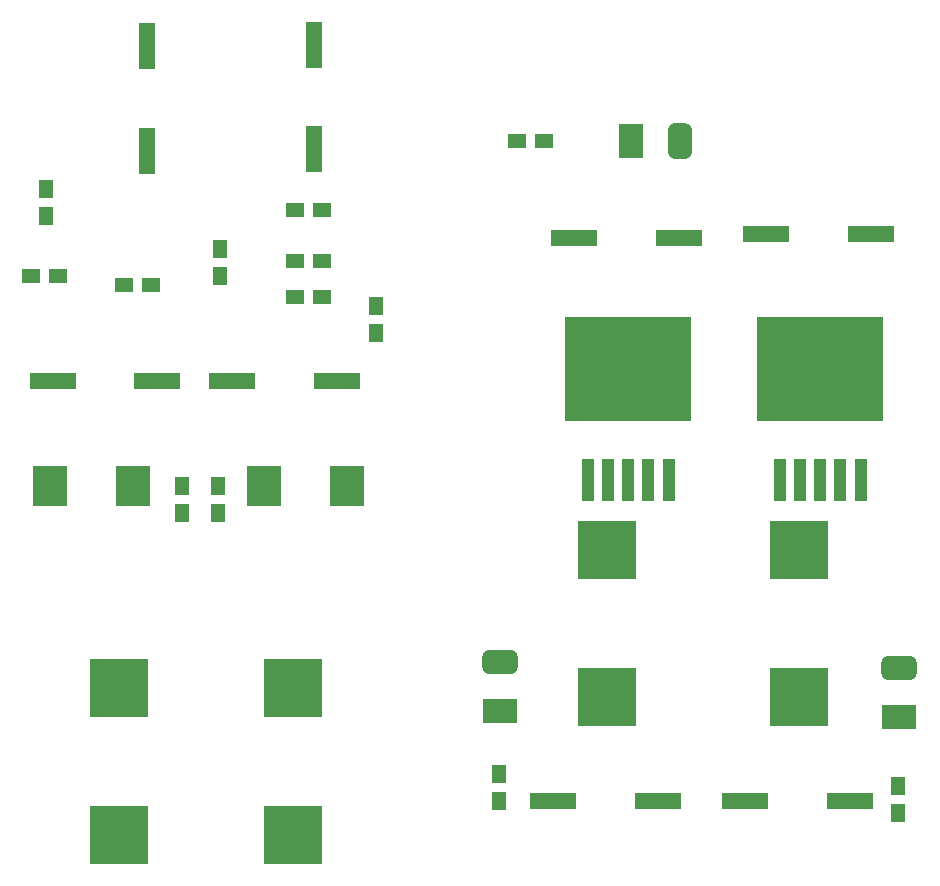
<source format=gtp>
G04 Layer_Color=8421504*
%FSLAX25Y25*%
%MOIN*%
G70*
G01*
G75*
%ADD10R,0.05000X0.06000*%
%ADD11R,0.19685X0.19685*%
%ADD12R,0.05512X0.15748*%
G04:AMPARAMS|DCode=13|XSize=118.11mil|YSize=78.74mil|CornerRadius=19.69mil|HoleSize=0mil|Usage=FLASHONLY|Rotation=180.000|XOffset=0mil|YOffset=0mil|HoleType=Round|Shape=RoundedRectangle|*
%AMROUNDEDRECTD13*
21,1,0.11811,0.03937,0,0,180.0*
21,1,0.07874,0.07874,0,0,180.0*
1,1,0.03937,-0.03937,0.01969*
1,1,0.03937,0.03937,0.01969*
1,1,0.03937,0.03937,-0.01969*
1,1,0.03937,-0.03937,-0.01969*
%
%ADD13ROUNDEDRECTD13*%
%ADD14R,0.11811X0.07874*%
%ADD15R,0.15748X0.05512*%
%ADD16R,0.42000X0.35000*%
%ADD17R,0.04200X0.14000*%
%ADD18R,0.06000X0.05000*%
G04:AMPARAMS|DCode=19|XSize=118.11mil|YSize=78.74mil|CornerRadius=19.69mil|HoleSize=0mil|Usage=FLASHONLY|Rotation=90.000|XOffset=0mil|YOffset=0mil|HoleType=Round|Shape=RoundedRectangle|*
%AMROUNDEDRECTD19*
21,1,0.11811,0.03937,0,0,90.0*
21,1,0.07874,0.07874,0,0,90.0*
1,1,0.03937,0.01969,0.03937*
1,1,0.03937,0.01969,-0.03937*
1,1,0.03937,-0.01969,-0.03937*
1,1,0.03937,-0.01969,0.03937*
%
%ADD19ROUNDEDRECTD19*%
%ADD20R,0.07874X0.11811*%
%ADD21R,0.11811X0.13780*%
D10*
X397000Y415000D02*
D03*
Y424000D02*
D03*
X507000Y376000D02*
D03*
Y385000D02*
D03*
X442120Y325000D02*
D03*
Y316000D02*
D03*
X454120Y325000D02*
D03*
Y316000D02*
D03*
X680994Y216000D02*
D03*
Y225000D02*
D03*
X547994Y220000D02*
D03*
Y229000D02*
D03*
X454994Y404000D02*
D03*
Y395000D02*
D03*
D11*
X421126Y257606D02*
D03*
Y208394D02*
D03*
X479126Y257606D02*
D03*
Y208394D02*
D03*
X648000Y303606D02*
D03*
Y254394D02*
D03*
X584000Y303606D02*
D03*
Y254394D02*
D03*
D12*
X430626Y471500D02*
D03*
Y436620D02*
D03*
X486126Y472000D02*
D03*
Y437120D02*
D03*
D13*
X681150Y264150D02*
D03*
X548150Y266150D02*
D03*
D14*
X681150Y248008D02*
D03*
X548150Y250008D02*
D03*
D15*
X664880Y220000D02*
D03*
X630000D02*
D03*
X600880D02*
D03*
X566000D02*
D03*
X671880Y409000D02*
D03*
X637000D02*
D03*
X607715Y407480D02*
D03*
X572835D02*
D03*
X459000Y360000D02*
D03*
X493880D02*
D03*
X399126D02*
D03*
X434006D02*
D03*
D16*
X655000Y364000D02*
D03*
X591000D02*
D03*
D17*
X641600Y327000D02*
D03*
X648300D02*
D03*
X655000D02*
D03*
X661700D02*
D03*
X668400D02*
D03*
X577600D02*
D03*
X584300D02*
D03*
X591000D02*
D03*
X597700D02*
D03*
X604400D02*
D03*
D18*
X554000Y440006D02*
D03*
X563000D02*
D03*
X392000Y395006D02*
D03*
X401000D02*
D03*
X480000Y417006D02*
D03*
X489000D02*
D03*
X423000Y391994D02*
D03*
X432000D02*
D03*
X489000Y387994D02*
D03*
X480000D02*
D03*
Y400006D02*
D03*
X489000D02*
D03*
D19*
X608150Y439850D02*
D03*
D20*
X592008D02*
D03*
D21*
X497047Y324866D02*
D03*
X469488D02*
D03*
X398346Y325000D02*
D03*
X425906D02*
D03*
M02*

</source>
